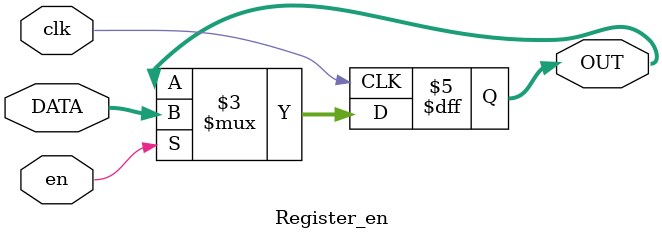
<source format=v>
module Register_en #(
     parameter WIDTH=8)
    (
	  input  clk, en,
	  input	[WIDTH-1:0] DATA,
	  output reg [WIDTH-1:0] OUT
    );
	 
always@(posedge clk) begin
	if(en == 1'b1)
		OUT<=DATA;
end
	 
endmodule	 
</source>
